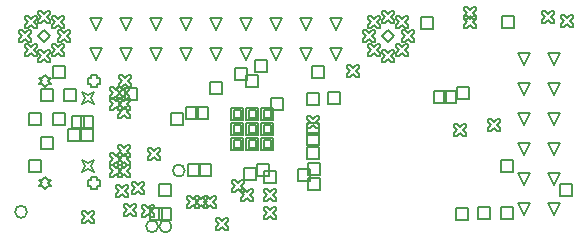
<source format=gbr>
%TF.GenerationSoftware,Altium Limited,Altium Designer,24.10.1 (45)*%
G04 Layer_Color=2752767*
%FSLAX43Y43*%
%MOMM*%
%TF.SameCoordinates,8629D08E-D241-4C1D-8EA4-E11FCD9DE57C*%
%TF.FilePolarity,Positive*%
%TF.FileFunction,Drawing*%
%TF.Part,Single*%
G01*
G75*
%TA.AperFunction,NonConductor*%
%ADD101C,0.127*%
%ADD102C,0.169*%
D101*
X6095Y11382D02*
X6348Y11890D01*
X6095Y12398D01*
X6602Y12144D01*
X7110Y12398D01*
X6857Y11890D01*
X7110Y11382D01*
X6602Y11636D01*
X6095Y11382D01*
Y5602D02*
X6348Y6110D01*
X6095Y6618D01*
X6602Y6364D01*
X7110Y6618D01*
X6857Y6110D01*
X7110Y5602D01*
X6602Y5856D01*
X6095Y5602D01*
X6848Y13066D02*
Y12812D01*
X7357D01*
Y13066D01*
X7610D01*
Y13574D01*
X7357D01*
Y13828D01*
X6848D01*
Y13574D01*
X6595D01*
Y13066D01*
X6848D01*
X2922Y12812D02*
X3177Y13066D01*
X3431D01*
X3177Y13320D01*
X3431Y13574D01*
X3177D01*
X2922Y13828D01*
X2668Y13574D01*
X2414D01*
X2668Y13320D01*
X2414Y13066D01*
X2668D01*
X2922Y12812D01*
X6848Y4426D02*
Y4172D01*
X7357D01*
Y4426D01*
X7610D01*
Y4934D01*
X7357D01*
Y5188D01*
X6848D01*
Y4934D01*
X6595D01*
Y4426D01*
X6848D01*
X2922Y4172D02*
X3177Y4426D01*
X3431D01*
X3177Y4680D01*
X3431Y4934D01*
X3177D01*
X2922Y5188D01*
X2668Y4934D01*
X2414D01*
X2668Y4680D01*
X2414Y4426D01*
X2668D01*
X2922Y4172D01*
X22540Y17632D02*
X22032Y18648D01*
X23048D01*
X22540Y17632D01*
X25080D02*
X24572Y18648D01*
X25588D01*
X25080Y17632D01*
X20000D02*
X19492Y18648D01*
X20508D01*
X20000Y17632D01*
X27620D02*
X27112Y18648D01*
X28128D01*
X27620Y17632D01*
X14920D02*
X14412Y18648D01*
X15428D01*
X14920Y17632D01*
X17460D02*
X16952Y18648D01*
X17968D01*
X17460Y17632D01*
X12380D02*
X11872Y18648D01*
X12888D01*
X12380Y17632D01*
Y15092D02*
X11872Y16108D01*
X12888D01*
X12380Y15092D01*
X9840D02*
X9332Y16108D01*
X10348D01*
X9840Y15092D01*
X27620D02*
X27112Y16108D01*
X28128D01*
X27620Y15092D01*
X25080D02*
X24572Y16108D01*
X25588D01*
X25080Y15092D01*
X17460D02*
X16952Y16108D01*
X17968D01*
X17460Y15092D01*
X14920D02*
X14412Y16108D01*
X15428D01*
X14920Y15092D01*
X22540D02*
X22032Y16108D01*
X23048D01*
X22540Y15092D01*
X20000D02*
X19492Y16108D01*
X20508D01*
X20000Y15092D01*
X9840Y17632D02*
X9332Y18648D01*
X10348D01*
X9840Y17632D01*
X7300Y15092D02*
X6792Y16108D01*
X7808D01*
X7300Y15092D01*
Y17632D02*
X6792Y18648D01*
X7808D01*
X7300Y17632D01*
X46000Y7072D02*
X45492Y8088D01*
X46508D01*
X46000Y7072D01*
Y9612D02*
X45492Y10628D01*
X46508D01*
X46000Y9612D01*
Y4532D02*
X45492Y5548D01*
X46508D01*
X46000Y4532D01*
Y14692D02*
X45492Y15708D01*
X46508D01*
X46000Y14692D01*
X43460D02*
X42952Y15708D01*
X43968D01*
X43460Y14692D01*
X46000Y12152D02*
X45492Y13168D01*
X46508D01*
X46000Y12152D01*
Y1992D02*
X45492Y3008D01*
X46508D01*
X46000Y1992D01*
X43460D02*
X42952Y3008D01*
X43968D01*
X43460Y1992D01*
Y9612D02*
X42952Y10628D01*
X43968D01*
X43460Y9612D01*
Y12152D02*
X42952Y13168D01*
X43968D01*
X43460Y12152D01*
Y4532D02*
X42952Y5548D01*
X43968D01*
X43460Y4532D01*
Y7072D02*
X42952Y8088D01*
X43968D01*
X43460Y7072D01*
X32659Y17759D02*
X32913D01*
X33167Y18013D01*
X33421Y17759D01*
X33675D01*
Y18013D01*
X33421Y18267D01*
X33675Y18521D01*
Y18775D01*
X33421D01*
X33167Y18521D01*
X32913Y18775D01*
X32659D01*
Y18521D01*
X32913Y18267D01*
X32659Y18013D01*
Y17759D01*
X33142Y16592D02*
X33396D01*
X33650Y16846D01*
X33904Y16592D01*
X34158D01*
Y16846D01*
X33904Y17100D01*
X34158Y17354D01*
Y17608D01*
X33904D01*
X33650Y17354D01*
X33396Y17608D01*
X33142D01*
Y17354D01*
X33396Y17100D01*
X33142Y16846D01*
Y16592D01*
X31492Y18242D02*
X31746D01*
X32000Y18496D01*
X32254Y18242D01*
X32508D01*
Y18496D01*
X32254Y18750D01*
X32508Y19004D01*
Y19258D01*
X32254D01*
X32000Y19004D01*
X31746Y19258D01*
X31492D01*
Y19004D01*
X31746Y18750D01*
X31492Y18496D01*
Y18242D01*
X32659Y15425D02*
X32913D01*
X33167Y15679D01*
X33421Y15425D01*
X33675D01*
Y15679D01*
X33421Y15933D01*
X33675Y16187D01*
Y16441D01*
X33421D01*
X33167Y16187D01*
X32913Y16441D01*
X32659D01*
Y16187D01*
X32913Y15933D01*
X32659Y15679D01*
Y15425D01*
X31492Y14942D02*
X31746D01*
X32000Y15196D01*
X32254Y14942D01*
X32508D01*
Y15196D01*
X32254Y15450D01*
X32508Y15704D01*
Y15958D01*
X32254D01*
X32000Y15704D01*
X31746Y15958D01*
X31492D01*
Y15704D01*
X31746Y15450D01*
X31492Y15196D01*
Y14942D01*
X30325Y15425D02*
X30579D01*
X30833Y15679D01*
X31087Y15425D01*
X31341D01*
Y15679D01*
X31087Y15933D01*
X31341Y16187D01*
Y16441D01*
X31087D01*
X30833Y16187D01*
X30579Y16441D01*
X30325D01*
Y16187D01*
X30579Y15933D01*
X30325Y15679D01*
Y15425D01*
X31492Y17100D02*
X32000Y17608D01*
X32508Y17100D01*
X32000Y16592D01*
X31492Y17100D01*
X30325Y17759D02*
X30579D01*
X30833Y18013D01*
X31087Y17759D01*
X31341D01*
Y18013D01*
X31087Y18267D01*
X31341Y18521D01*
Y18775D01*
X31087D01*
X30833Y18521D01*
X30579Y18775D01*
X30325D01*
Y18521D01*
X30579Y18267D01*
X30325Y18013D01*
Y17759D01*
X29842Y16592D02*
X30096D01*
X30350Y16846D01*
X30604Y16592D01*
X30858D01*
Y16846D01*
X30604Y17100D01*
X30858Y17354D01*
Y17608D01*
X30604D01*
X30350Y17354D01*
X30096Y17608D01*
X29842D01*
Y17354D01*
X30096Y17100D01*
X29842Y16846D01*
Y16592D01*
X3559Y17759D02*
X3813D01*
X4067Y18013D01*
X4321Y17759D01*
X4575D01*
Y18013D01*
X4321Y18267D01*
X4575Y18521D01*
Y18775D01*
X4321D01*
X4067Y18521D01*
X3813Y18775D01*
X3559D01*
Y18521D01*
X3813Y18267D01*
X3559Y18013D01*
Y17759D01*
X4042Y16592D02*
X4296D01*
X4550Y16846D01*
X4804Y16592D01*
X5058D01*
Y16846D01*
X4804Y17100D01*
X5058Y17354D01*
Y17608D01*
X4804D01*
X4550Y17354D01*
X4296Y17608D01*
X4042D01*
Y17354D01*
X4296Y17100D01*
X4042Y16846D01*
Y16592D01*
X2392Y18242D02*
X2646D01*
X2900Y18496D01*
X3154Y18242D01*
X3408D01*
Y18496D01*
X3154Y18750D01*
X3408Y19004D01*
Y19258D01*
X3154D01*
X2900Y19004D01*
X2646Y19258D01*
X2392D01*
Y19004D01*
X2646Y18750D01*
X2392Y18496D01*
Y18242D01*
X3559Y15425D02*
X3813D01*
X4067Y15679D01*
X4321Y15425D01*
X4575D01*
Y15679D01*
X4321Y15933D01*
X4575Y16187D01*
Y16441D01*
X4321D01*
X4067Y16187D01*
X3813Y16441D01*
X3559D01*
Y16187D01*
X3813Y15933D01*
X3559Y15679D01*
Y15425D01*
X2392Y14942D02*
X2646D01*
X2900Y15196D01*
X3154Y14942D01*
X3408D01*
Y15196D01*
X3154Y15450D01*
X3408Y15704D01*
Y15958D01*
X3154D01*
X2900Y15704D01*
X2646Y15958D01*
X2392D01*
Y15704D01*
X2646Y15450D01*
X2392Y15196D01*
Y14942D01*
X1225Y15425D02*
X1479D01*
X1733Y15679D01*
X1987Y15425D01*
X2241D01*
Y15679D01*
X1987Y15933D01*
X2241Y16187D01*
Y16441D01*
X1987D01*
X1733Y16187D01*
X1479Y16441D01*
X1225D01*
Y16187D01*
X1479Y15933D01*
X1225Y15679D01*
Y15425D01*
X2392Y17100D02*
X2900Y17608D01*
X3408Y17100D01*
X2900Y16592D01*
X2392Y17100D01*
X1225Y17759D02*
X1479D01*
X1733Y18013D01*
X1987Y17759D01*
X2241D01*
Y18013D01*
X1987Y18267D01*
X2241Y18521D01*
Y18775D01*
X1987D01*
X1733Y18521D01*
X1479Y18775D01*
X1225D01*
Y18521D01*
X1479Y18267D01*
X1225Y18013D01*
Y17759D01*
X742Y16592D02*
X996D01*
X1250Y16846D01*
X1504Y16592D01*
X1758D01*
Y16846D01*
X1504Y17100D01*
X1758Y17354D01*
Y17608D01*
X1504D01*
X1250Y17354D01*
X996Y17608D01*
X742D01*
Y17354D01*
X996Y17100D01*
X742Y16846D01*
Y16592D01*
X46586Y3586D02*
Y4602D01*
X47602D01*
Y3586D01*
X46586D01*
X41586Y5586D02*
Y6602D01*
X42602D01*
Y5586D01*
X41586D01*
Y1586D02*
Y2602D01*
X42602D01*
Y1586D01*
X41586D01*
X39586D02*
Y2602D01*
X40602D01*
Y1586D01*
X39586D01*
X25586Y13586D02*
Y14602D01*
X26602D01*
Y13586D01*
X25586D01*
X13586Y9586D02*
Y10602D01*
X14602D01*
Y9586D01*
X13586D01*
X12586Y3586D02*
Y4602D01*
X13602D01*
Y3586D01*
X12586D01*
X3586Y13586D02*
Y14602D01*
X4602D01*
Y13586D01*
X3586D01*
X4586Y11586D02*
Y12602D01*
X5602D01*
Y11586D01*
X4586D01*
X3586Y9586D02*
Y10602D01*
X4602D01*
Y9586D01*
X3586D01*
X2586Y11586D02*
Y12602D01*
X3602D01*
Y11586D01*
X2586D01*
X1586Y9586D02*
Y10602D01*
X2602D01*
Y9586D01*
X1586D01*
X2586Y7586D02*
Y8602D01*
X3602D01*
Y7586D01*
X2586D01*
X1586Y5586D02*
Y6602D01*
X2602D01*
Y5586D01*
X1586D01*
X45060Y18212D02*
X45314D01*
X45568Y18466D01*
X45822Y18212D01*
X46076D01*
Y18466D01*
X45822Y18720D01*
X46076Y18974D01*
Y19228D01*
X45822D01*
X45568Y18974D01*
X45314Y19228D01*
X45060D01*
Y18974D01*
X45314Y18720D01*
X45060Y18466D01*
Y18212D01*
X46674Y17896D02*
X46928D01*
X47182Y18150D01*
X47436Y17896D01*
X47690D01*
Y18150D01*
X47436Y18404D01*
X47690Y18658D01*
Y18912D01*
X47436D01*
X47182Y18658D01*
X46928Y18912D01*
X46674D01*
Y18658D01*
X46928Y18404D01*
X46674Y18150D01*
Y17896D01*
X40462Y9093D02*
X40716D01*
X40970Y9347D01*
X41224Y9093D01*
X41478D01*
Y9347D01*
X41224Y9601D01*
X41478Y9855D01*
Y10109D01*
X41224D01*
X40970Y9855D01*
X40716Y10109D01*
X40462D01*
Y9855D01*
X40716Y9601D01*
X40462Y9347D01*
Y9093D01*
X37541Y8636D02*
X37795D01*
X38049Y8890D01*
X38303Y8636D01*
X38557D01*
Y8890D01*
X38303Y9144D01*
X38557Y9398D01*
Y9652D01*
X38303D01*
X38049Y9398D01*
X37795Y9652D01*
X37541D01*
Y9398D01*
X37795Y9144D01*
X37541Y8890D01*
Y8636D01*
X26907Y11398D02*
Y12414D01*
X27923D01*
Y11398D01*
X26907D01*
X28473Y13640D02*
X28727D01*
X28981Y13894D01*
X29235Y13640D01*
X29489D01*
Y13894D01*
X29235Y14148D01*
X29489Y14402D01*
Y14656D01*
X29235D01*
X28981Y14402D01*
X28727Y14656D01*
X28473D01*
Y14402D01*
X28727Y14148D01*
X28473Y13894D01*
Y13640D01*
X25121Y11303D02*
Y12319D01*
X26137D01*
Y11303D01*
X25121D01*
X21262Y10005D02*
Y11021D01*
X22278D01*
Y10005D01*
X21262D01*
X21465Y10208D02*
Y10818D01*
X22075D01*
Y10208D01*
X21465D01*
X19992Y8735D02*
Y9751D01*
X21008D01*
Y8735D01*
X19992D01*
X20195Y8938D02*
Y9548D01*
X20805D01*
Y8938D01*
X20195D01*
X19992Y10005D02*
Y11021D01*
X21008D01*
Y10005D01*
X19992D01*
X20195Y10208D02*
Y10818D01*
X20805D01*
Y10208D01*
X20195D01*
X21262Y8735D02*
Y9751D01*
X22278D01*
Y8735D01*
X21262D01*
X21465Y8938D02*
Y9548D01*
X22075D01*
Y8938D01*
X21465D01*
X19992Y7465D02*
Y8481D01*
X21008D01*
Y7465D01*
X19992D01*
X20195Y7668D02*
Y8278D01*
X20805D01*
Y7668D01*
X20195D01*
X21262Y7465D02*
Y8481D01*
X22278D01*
Y7465D01*
X21262D01*
X21465Y7668D02*
Y8278D01*
X22075D01*
Y7668D01*
X21465D01*
X18722Y8735D02*
Y9751D01*
X19738D01*
Y8735D01*
X18722D01*
X18925Y8938D02*
Y9548D01*
X19535D01*
Y8938D01*
X18925D01*
X18722Y10005D02*
Y11021D01*
X19738D01*
Y10005D01*
X18722D01*
X18925Y10208D02*
Y10818D01*
X19535D01*
Y10208D01*
X18925D01*
X18722Y7465D02*
Y8481D01*
X19738D01*
Y7465D01*
X18722D01*
X18925Y7668D02*
Y8278D01*
X19535D01*
Y7668D01*
X18925D01*
X16907Y12237D02*
Y13253D01*
X17923D01*
Y12237D01*
X16907D01*
X5975Y9322D02*
Y10338D01*
X6991D01*
Y9322D01*
X5975D01*
X5992Y8238D02*
Y9254D01*
X7008D01*
Y8238D01*
X5992D01*
X19031Y13415D02*
Y14431D01*
X20046D01*
Y13415D01*
X19031D01*
X19971Y12828D02*
Y13844D01*
X20987D01*
Y12828D01*
X19971D01*
X20737Y14047D02*
Y15063D01*
X21753D01*
Y14047D01*
X20737D01*
X22052Y10893D02*
Y11909D01*
X23068D01*
Y10893D01*
X22052D01*
X19787Y4894D02*
Y5910D01*
X20803D01*
Y4894D01*
X19787D01*
X24351Y4871D02*
Y5887D01*
X25367D01*
Y4871D01*
X24351D01*
X20912Y5276D02*
Y6292D01*
X21928D01*
Y5276D01*
X20912D01*
X25203Y5354D02*
Y6370D01*
X26219D01*
Y5354D01*
X25203D01*
X25149Y6697D02*
Y7713D01*
X26165D01*
Y6697D01*
X25149D01*
X15726Y10064D02*
Y11080D01*
X16742D01*
Y10064D01*
X15726D01*
X17392Y660D02*
X17646D01*
X17900Y914D01*
X18154Y660D01*
X18408D01*
Y914D01*
X18154Y1168D01*
X18408Y1422D01*
Y1676D01*
X18154D01*
X17900Y1422D01*
X17646Y1676D01*
X17392D01*
Y1422D01*
X17646Y1168D01*
X17392Y914D01*
Y660D01*
X37719Y1524D02*
Y2540D01*
X38735D01*
Y1524D01*
X37719D01*
X35884Y11415D02*
Y12431D01*
X36900D01*
Y11415D01*
X35884D01*
X4854Y8232D02*
Y9248D01*
X5870D01*
Y8232D01*
X4854D01*
X5246Y9320D02*
Y10336D01*
X6262D01*
Y9320D01*
X5246D01*
X14914Y10105D02*
Y11121D01*
X15930D01*
Y10105D01*
X14914D01*
X25127Y9304D02*
X25381D01*
X25635Y9558D01*
X25889Y9304D01*
X26143D01*
Y9558D01*
X25889Y9812D01*
X26143Y10066D01*
Y10320D01*
X25889D01*
X25635Y10066D01*
X25381Y10320D01*
X25127D01*
Y10066D01*
X25381Y9812D01*
X25127Y9558D01*
Y9304D01*
X25127Y8710D02*
Y9726D01*
X26143D01*
Y8710D01*
X25127D01*
X12583Y1574D02*
Y2590D01*
X13599D01*
Y1574D01*
X12583D01*
X11858Y1539D02*
Y2555D01*
X12874D01*
Y1539D01*
X11858D01*
X21467Y4658D02*
Y5674D01*
X22483D01*
Y4658D01*
X21467D01*
X9238Y12776D02*
X9492D01*
X9746Y13030D01*
X10000Y12776D01*
X10254D01*
Y13030D01*
X10000Y13284D01*
X10254Y13538D01*
Y13792D01*
X10000D01*
X9746Y13538D01*
X9492Y13792D01*
X9238D01*
Y13538D01*
X9492Y13284D01*
X9238Y13030D01*
Y12776D01*
X9696Y11711D02*
Y12727D01*
X10712D01*
Y11711D01*
X9696D01*
X15971Y5287D02*
Y6303D01*
X16987D01*
Y5287D01*
X15971D01*
X15061Y5265D02*
Y6281D01*
X16077D01*
Y5265D01*
X15061D01*
X25105Y7897D02*
Y8913D01*
X26121D01*
Y7897D01*
X25105D01*
X25201Y4087D02*
Y5103D01*
X26217D01*
Y4087D01*
X25201D01*
X21453Y1602D02*
X21707D01*
X21961Y1856D01*
X22215Y1602D01*
X22469D01*
Y1856D01*
X22215Y2110D01*
X22469Y2364D01*
Y2618D01*
X22215D01*
X21961Y2364D01*
X21707Y2618D01*
X21453D01*
Y2364D01*
X21707Y2110D01*
X21453Y1856D01*
Y1602D01*
X21479Y3158D02*
X21733D01*
X21987Y3412D01*
X22241Y3158D01*
X22495D01*
Y3412D01*
X22241Y3666D01*
X22495Y3920D01*
Y4174D01*
X22241D01*
X21987Y3920D01*
X21733Y4174D01*
X21479D01*
Y3920D01*
X21733Y3666D01*
X21479Y3412D01*
Y3158D01*
X11625Y6639D02*
X11879D01*
X12133Y6893D01*
X12387Y6639D01*
X12641D01*
Y6893D01*
X12387Y7147D01*
X12641Y7401D01*
Y7655D01*
X12387D01*
X12133Y7401D01*
X11879Y7655D01*
X11625D01*
Y7401D01*
X11879Y7147D01*
X11625Y6893D01*
Y6639D01*
X10317Y3740D02*
X10571D01*
X10825Y3994D01*
X11079Y3740D01*
X11333D01*
Y3994D01*
X11079Y4248D01*
X11333Y4502D01*
Y4756D01*
X11079D01*
X10825Y4502D01*
X10571Y4756D01*
X10317D01*
Y4502D01*
X10571Y4248D01*
X10317Y3994D01*
Y3740D01*
X8928Y3476D02*
X9182D01*
X9436Y3730D01*
X9690Y3476D01*
X9944D01*
Y3730D01*
X9690Y3984D01*
X9944Y4238D01*
Y4492D01*
X9690D01*
X9436Y4238D01*
X9182Y4492D01*
X8928D01*
Y4238D01*
X9182Y3984D01*
X8928Y3730D01*
Y3476D01*
X11141Y1834D02*
X11395D01*
X11649Y2088D01*
X11903Y1834D01*
X12157D01*
Y2088D01*
X11903Y2342D01*
X12157Y2596D01*
Y2850D01*
X11903D01*
X11649Y2596D01*
X11395Y2850D01*
X11141D01*
Y2596D01*
X11395Y2342D01*
X11141Y2088D01*
Y1834D01*
X9607Y1861D02*
X9861D01*
X10115Y2115D01*
X10369Y1861D01*
X10623D01*
Y2115D01*
X10369Y2369D01*
X10623Y2623D01*
Y2877D01*
X10369D01*
X10115Y2623D01*
X9861Y2877D01*
X9607D01*
Y2623D01*
X9861Y2369D01*
X9607Y2115D01*
Y1861D01*
X16366Y2585D02*
X16620D01*
X16874Y2839D01*
X17128Y2585D01*
X17382D01*
Y2839D01*
X17128Y3093D01*
X17382Y3347D01*
Y3601D01*
X17128D01*
X16874Y3347D01*
X16620Y3601D01*
X16366D01*
Y3347D01*
X16620Y3093D01*
X16366Y2839D01*
Y2585D01*
X15673Y2578D02*
X15927D01*
X16181Y2832D01*
X16435Y2578D01*
X16689D01*
Y2832D01*
X16435Y3086D01*
X16689Y3340D01*
Y3594D01*
X16435D01*
X16181Y3340D01*
X15927Y3594D01*
X15673D01*
Y3340D01*
X15927Y3086D01*
X15673Y2832D01*
Y2578D01*
X14997Y2534D02*
X15251D01*
X15505Y2788D01*
X15759Y2534D01*
X16013D01*
Y2788D01*
X15759Y3042D01*
X16013Y3296D01*
Y3550D01*
X15759D01*
X15505Y3296D01*
X15251Y3550D01*
X14997D01*
Y3296D01*
X15251Y3042D01*
X14997Y2788D01*
Y2534D01*
X19520Y3193D02*
X19774D01*
X20028Y3447D01*
X20282Y3193D01*
X20536D01*
Y3447D01*
X20282Y3701D01*
X20536Y3955D01*
Y4209D01*
X20282D01*
X20028Y3955D01*
X19774Y4209D01*
X19520D01*
Y3955D01*
X19774Y3701D01*
X19520Y3447D01*
Y3193D01*
X18780Y3944D02*
X19034D01*
X19288Y4198D01*
X19542Y3944D01*
X19796D01*
Y4198D01*
X19542Y4452D01*
X19796Y4706D01*
Y4960D01*
X19542D01*
X19288Y4706D01*
X19034Y4960D01*
X18780D01*
Y4706D01*
X19034Y4452D01*
X18780Y4198D01*
Y3944D01*
X6062Y1269D02*
X6316D01*
X6570Y1523D01*
X6824Y1269D01*
X7078D01*
Y1523D01*
X6824Y1777D01*
X7078Y2031D01*
Y2285D01*
X6824D01*
X6570Y2031D01*
X6316Y2285D01*
X6062D01*
Y2031D01*
X6316Y1777D01*
X6062Y1523D01*
Y1269D01*
X9144Y10847D02*
X9398D01*
X9652Y11101D01*
X9906Y10847D01*
X10160D01*
Y11101D01*
X9906Y11355D01*
X10160Y11609D01*
Y11863D01*
X9906D01*
X9652Y11609D01*
X9398Y11863D01*
X9144D01*
Y11609D01*
X9398Y11355D01*
X9144Y11101D01*
Y10847D01*
Y10136D02*
X9398D01*
X9652Y10390D01*
X9906Y10136D01*
X10160D01*
Y10390D01*
X9906Y10644D01*
X10160Y10898D01*
Y11152D01*
X9906D01*
X9652Y10898D01*
X9398Y11152D01*
X9144D01*
Y10898D01*
X9398Y10644D01*
X9144Y10390D01*
Y10136D01*
X8407Y10847D02*
X8661D01*
X8915Y11101D01*
X9169Y10847D01*
X9423D01*
Y11101D01*
X9169Y11355D01*
X9423Y11609D01*
Y11863D01*
X9169D01*
X8915Y11609D01*
X8661Y11863D01*
X8407D01*
Y11609D01*
X8661Y11355D01*
X8407Y11101D01*
Y10847D01*
Y11811D02*
X8661D01*
X8915Y12065D01*
X9169Y11811D01*
X9423D01*
Y12065D01*
X9169Y12319D01*
X9423Y12573D01*
Y12827D01*
X9169D01*
X8915Y12573D01*
X8661Y12827D01*
X8407D01*
Y12573D01*
X8661Y12319D01*
X8407Y12065D01*
Y11811D01*
Y6161D02*
X8661D01*
X8915Y6415D01*
X9169Y6161D01*
X9423D01*
Y6415D01*
X9169Y6669D01*
X9423Y6923D01*
Y7177D01*
X9169D01*
X8915Y6923D01*
X8661Y7177D01*
X8407D01*
Y6923D01*
X8661Y6669D01*
X8407Y6415D01*
Y6161D01*
X9144D02*
X9398D01*
X9652Y6415D01*
X9906Y6161D01*
X10160D01*
Y6415D01*
X9906Y6669D01*
X10160Y6923D01*
Y7177D01*
X9906D01*
X9652Y6923D01*
X9398Y7177D01*
X9144D01*
Y6923D01*
X9398Y6669D01*
X9144Y6415D01*
Y6161D01*
Y6898D02*
X9398D01*
X9652Y7152D01*
X9906Y6898D01*
X10160D01*
Y7152D01*
X9906Y7406D01*
X10160Y7660D01*
Y7914D01*
X9906D01*
X9652Y7660D01*
X9398Y7914D01*
X9144D01*
Y7660D01*
X9398Y7406D01*
X9144Y7152D01*
Y6898D01*
X8407Y5197D02*
X8661D01*
X8915Y5451D01*
X9169Y5197D01*
X9423D01*
Y5451D01*
X9169Y5705D01*
X9423Y5959D01*
Y6213D01*
X9169D01*
X8915Y5959D01*
X8661Y6213D01*
X8407D01*
Y5959D01*
X8661Y5705D01*
X8407Y5451D01*
Y5197D01*
X9144D02*
X9398D01*
X9652Y5451D01*
X9906Y5197D01*
X10160D01*
Y5451D01*
X9906Y5705D01*
X10160Y5959D01*
Y6213D01*
X9906D01*
X9652Y5959D01*
X9398Y6213D01*
X9144D01*
Y5959D01*
X9398Y5705D01*
X9144Y5451D01*
Y5197D01*
X9079Y11814D02*
X9333D01*
X9587Y12068D01*
X9841Y11814D01*
X10095D01*
Y12068D01*
X9841Y12322D01*
X10095Y12576D01*
Y12830D01*
X9841D01*
X9587Y12576D01*
X9333Y12830D01*
X9079D01*
Y12576D01*
X9333Y12322D01*
X9079Y12068D01*
Y11814D01*
X38445Y18584D02*
X38699D01*
X38953Y18838D01*
X39207Y18584D01*
X39461D01*
Y18838D01*
X39207Y19092D01*
X39461Y19346D01*
Y19600D01*
X39207D01*
X38953Y19346D01*
X38699Y19600D01*
X38445D01*
Y19346D01*
X38699Y19092D01*
X38445Y18838D01*
Y18584D01*
X38447Y17766D02*
X38701D01*
X38955Y18020D01*
X39209Y17766D01*
X39463D01*
Y18020D01*
X39209Y18274D01*
X39463Y18528D01*
Y18782D01*
X39209D01*
X38955Y18528D01*
X38701Y18782D01*
X38447D01*
Y18528D01*
X38701Y18274D01*
X38447Y18020D01*
Y17766D01*
X37785Y11825D02*
Y12841D01*
X38801D01*
Y11825D01*
X37785D01*
X36694Y11447D02*
Y12463D01*
X37710D01*
Y11447D01*
X36694D01*
X41637Y17757D02*
Y18773D01*
X42653D01*
Y17757D01*
X41637D01*
X34764Y17735D02*
Y18751D01*
X35780D01*
Y17735D01*
X34764D01*
D102*
X1421Y2234D02*
G03*
X1421Y2234I-508J0D01*
G01*
X14773Y5730D02*
G03*
X14773Y5730I-508J0D01*
G01*
X13647Y1008D02*
G03*
X13647Y1008I-508J0D01*
G01*
X12520D02*
G03*
X12520Y1008I-508J0D01*
G01*
%TF.MD5,740578c710d9bce71f66e04a9f282d42*%
M02*

</source>
